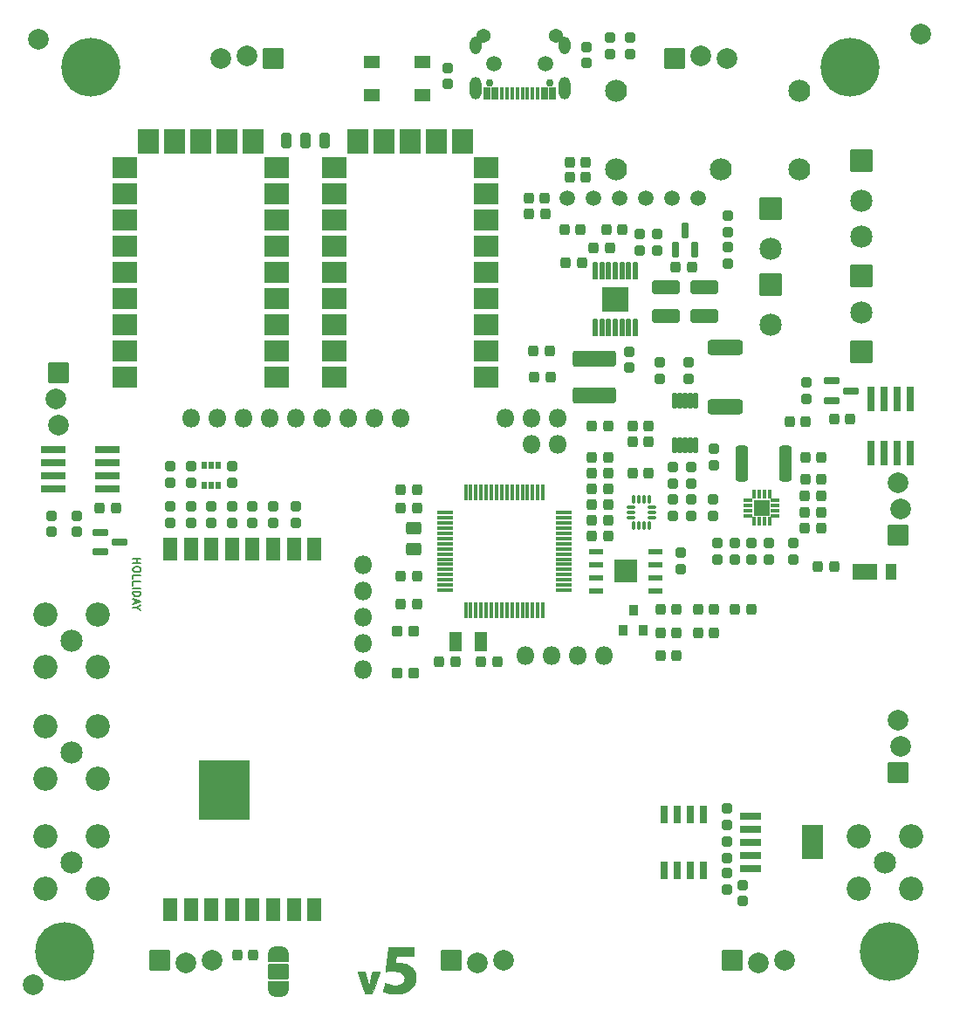
<source format=gts>
G04 #@! TF.GenerationSoftware,KiCad,Pcbnew,(6.0.5-0)*
G04 #@! TF.CreationDate,2023-01-12T14:03:18-08:00*
G04 #@! TF.ProjectId,mainboard,6d61696e-626f-4617-9264-2e6b69636164,rev?*
G04 #@! TF.SameCoordinates,Original*
G04 #@! TF.FileFunction,Soldermask,Top*
G04 #@! TF.FilePolarity,Negative*
%FSLAX46Y46*%
G04 Gerber Fmt 4.6, Leading zero omitted, Abs format (unit mm)*
G04 Created by KiCad (PCBNEW (6.0.5-0)) date 2023-01-12 14:03:18*
%MOMM*%
%LPD*%
G01*
G04 APERTURE LIST*
G04 Aperture macros list*
%AMRoundRect*
0 Rectangle with rounded corners*
0 $1 Rounding radius*
0 $2 $3 $4 $5 $6 $7 $8 $9 X,Y pos of 4 corners*
0 Add a 4 corners polygon primitive as box body*
4,1,4,$2,$3,$4,$5,$6,$7,$8,$9,$2,$3,0*
0 Add four circle primitives for the rounded corners*
1,1,$1+$1,$2,$3*
1,1,$1+$1,$4,$5*
1,1,$1+$1,$6,$7*
1,1,$1+$1,$8,$9*
0 Add four rect primitives between the rounded corners*
20,1,$1+$1,$2,$3,$4,$5,0*
20,1,$1+$1,$4,$5,$6,$7,0*
20,1,$1+$1,$6,$7,$8,$9,0*
20,1,$1+$1,$8,$9,$2,$3,0*%
%AMFreePoly0*
4,1,42,0.785921,0.985921,0.800800,0.950000,0.800800,-0.950000,0.785921,-0.985921,0.750000,-1.000800,0.000000,-1.000800,-0.012493,-0.995625,-0.095799,-0.994317,-0.107892,-0.992660,-0.270578,-0.949981,-0.281927,-0.945488,-0.429737,-0.865233,-0.439686,-0.858162,-0.564086,-0.744967,-0.572062,-0.735727,-0.665870,-0.596126,-0.671411,-0.585251,-0.729211,-0.427304,-0.731998,-0.415421,-0.749646,-0.255575,
-0.748541,-0.255453,-0.750800,-0.250000,-0.750800,0.250000,-0.750374,0.251027,-0.750455,0.251757,-0.750327,0.263961,-0.728373,0.430714,-0.725338,0.442536,-0.664242,0.599239,-0.658474,0.609996,-0.561763,0.747601,-0.553596,0.756672,-0.426853,0.867237,-0.416757,0.874098,-0.267299,0.951239,-0.255859,0.955493,-0.092315,0.994757,-0.080190,0.996160,-0.012063,0.995804,0.000000,1.000800,
0.750000,1.000800,0.785921,0.985921,0.785921,0.985921,$1*%
%AMFreePoly1*
4,1,41,0.012372,0.995676,0.087999,0.995279,0.100109,0.993750,0.263234,0.952776,0.274629,0.948401,0.423270,0.869699,0.433293,0.862733,0.558872,0.750847,0.566944,0.741691,0.662209,0.603080,0.667864,0.592263,0.727315,0.434929,0.730226,0.423076,0.750432,0.256103,0.750800,0.250000,0.750800,-0.250000,0.750797,-0.250534,0.750643,-0.265194,0.750139,-0.271818,0.726441,-0.438331,
0.723282,-0.450121,0.660549,-0.606176,0.654669,-0.616872,0.556522,-0.753457,0.548260,-0.762442,0.420366,-0.871674,0.410200,-0.878428,0.259943,-0.954000,0.248458,-0.958135,0.084511,-0.995683,0.072372,-0.996959,0.011580,-0.996004,0.000000,-1.000800,-0.750000,-1.000800,-0.785921,-0.985921,-0.800800,-0.950000,-0.800800,0.950000,-0.785921,0.985921,-0.750000,1.000800,0.000000,1.000800,
0.012372,0.995676,0.012372,0.995676,$1*%
G04 Aperture macros list end*
%ADD10C,0.190500*%
%ADD11C,0.010000*%
%ADD12RoundRect,0.063500X-0.450000X-0.700000X0.450000X-0.700000X0.450000X0.700000X-0.450000X0.700000X0*%
%ADD13RoundRect,0.063500X-1.100000X-0.700000X1.100000X-0.700000X1.100000X0.700000X-1.100000X0.700000X0*%
%ADD14RoundRect,0.063500X-0.939800X0.939800X-0.939800X-0.939800X0.939800X-0.939800X0.939800X0.939800X0*%
%ADD15C,2.006600*%
%ADD16RoundRect,0.063500X0.939800X-0.939800X0.939800X0.939800X-0.939800X0.939800X-0.939800X-0.939800X0*%
%ADD17RoundRect,0.063500X-0.939800X-0.939800X0.939800X-0.939800X0.939800X0.939800X-0.939800X0.939800X0*%
%ADD18RoundRect,0.063500X0.939800X0.939800X-0.939800X0.939800X-0.939800X-0.939800X0.939800X-0.939800X0*%
%ADD19RoundRect,0.063500X1.016000X-1.016000X1.016000X1.016000X-1.016000X1.016000X-1.016000X-1.016000X0*%
%ADD20C,2.159000*%
%ADD21RoundRect,0.269550X0.218750X0.256250X-0.218750X0.256250X-0.218750X-0.256250X0.218750X-0.256250X0*%
%ADD22RoundRect,0.269550X-0.256250X0.218750X-0.256250X-0.218750X0.256250X-0.218750X0.256250X0.218750X0*%
%ADD23RoundRect,0.269550X-0.218750X-0.256250X0.218750X-0.256250X0.218750X0.256250X-0.218750X0.256250X0*%
%ADD24RoundRect,0.269550X0.256250X-0.218750X0.256250X0.218750X-0.256250X0.218750X-0.256250X-0.218750X0*%
%ADD25RoundRect,0.063500X-0.152400X0.800100X-0.152400X-0.800100X0.152400X-0.800100X0.152400X0.800100X0*%
%ADD26RoundRect,0.063500X-1.230000X1.155000X-1.230000X-1.155000X1.230000X-1.155000X1.230000X1.155000X0*%
%ADD27RoundRect,0.063500X-0.660400X0.279400X-0.660400X-0.279400X0.660400X-0.279400X0.660400X0.279400X0*%
%ADD28RoundRect,0.050800X0.150000X0.737500X-0.150000X0.737500X-0.150000X-0.737500X0.150000X-0.737500X0*%
%ADD29RoundRect,0.050800X0.737500X-0.150000X0.737500X0.150000X-0.737500X0.150000X-0.737500X-0.150000X0*%
%ADD30RoundRect,0.050800X1.104900X-0.304800X1.104900X0.304800X-1.104900X0.304800X-1.104900X-0.304800X0*%
%ADD31RoundRect,0.050800X0.304800X1.104900X-0.304800X1.104900X-0.304800X-1.104900X0.304800X-1.104900X0*%
%ADD32RoundRect,0.300800X-0.312500X-1.450000X0.312500X-1.450000X0.312500X1.450000X-0.312500X1.450000X0*%
%ADD33RoundRect,0.063500X1.143000X0.990600X-1.143000X0.990600X-1.143000X-0.990600X1.143000X-0.990600X0*%
%ADD34RoundRect,0.063500X0.990600X-1.143000X0.990600X1.143000X-0.990600X1.143000X-0.990600X-1.143000X0*%
%ADD35O,1.801600X1.801600*%
%ADD36RoundRect,0.063500X-0.600000X-0.225000X0.600000X-0.225000X0.600000X0.225000X-0.600000X0.225000X0*%
%ADD37RoundRect,0.063500X1.050000X-1.050000X1.050000X1.050000X-1.050000X1.050000X-1.050000X-1.050000X0*%
%ADD38RoundRect,0.063500X-0.350000X0.125000X-0.350000X-0.125000X0.350000X-0.125000X0.350000X0.125000X0*%
%ADD39RoundRect,0.063500X0.125000X0.350000X-0.125000X0.350000X-0.125000X-0.350000X0.125000X-0.350000X0*%
%ADD40RoundRect,0.063500X0.350000X-0.125000X0.350000X0.125000X-0.350000X0.125000X-0.350000X-0.125000X0*%
%ADD41RoundRect,0.063500X-0.125000X-0.350000X0.125000X-0.350000X0.125000X0.350000X-0.125000X0.350000X0*%
%ADD42RoundRect,0.063500X0.725000X-0.725000X0.725000X0.725000X-0.725000X0.725000X-0.725000X-0.725000X0*%
%ADD43C,5.701600*%
%ADD44C,2.000000*%
%ADD45C,0.751600*%
%ADD46RoundRect,0.050800X0.300000X0.575000X-0.300000X0.575000X-0.300000X-0.575000X0.300000X-0.575000X0*%
%ADD47RoundRect,0.050800X0.150000X0.575000X-0.150000X0.575000X-0.150000X-0.575000X0.150000X-0.575000X0*%
%ADD48O,1.101600X2.201600*%
%ADD49O,1.101600X1.701600*%
%ADD50C,2.133600*%
%ADD51C,2.151600*%
%ADD52C,2.351600*%
%ADD53RoundRect,0.050800X0.750000X0.500000X-0.750000X0.500000X-0.750000X-0.500000X0.750000X-0.500000X0*%
%ADD54RoundRect,0.050800X-0.125000X-0.337500X0.125000X-0.337500X0.125000X0.337500X-0.125000X0.337500X0*%
%ADD55RoundRect,0.050800X-0.337500X0.125000X-0.337500X-0.125000X0.337500X-0.125000X0.337500X0.125000X0*%
%ADD56RoundRect,0.300800X-0.450000X0.325000X-0.450000X-0.325000X0.450000X-0.325000X0.450000X0.325000X0*%
%ADD57RoundRect,0.294550X-0.243750X-0.456250X0.243750X-0.456250X0.243750X0.456250X-0.243750X0.456250X0*%
%ADD58RoundRect,0.050800X0.500000X0.900000X-0.500000X0.900000X-0.500000X-0.900000X0.500000X-0.900000X0*%
%ADD59RoundRect,0.300800X-1.425000X0.425000X-1.425000X-0.425000X1.425000X-0.425000X1.425000X0.425000X0*%
%ADD60RoundRect,0.383800X-1.767000X0.417000X-1.767000X-0.417000X1.767000X-0.417000X1.767000X0.417000X0*%
%ADD61RoundRect,0.063500X-0.279400X-0.660400X0.279400X-0.660400X0.279400X0.660400X-0.279400X0.660400X0*%
%ADD62RoundRect,0.300800X1.075000X-0.375000X1.075000X0.375000X-1.075000X0.375000X-1.075000X-0.375000X0*%
%ADD63RoundRect,0.050800X-0.165100X0.675000X-0.165100X-0.675000X0.165100X-0.675000X0.165100X0.675000X0*%
%ADD64RoundRect,0.063500X-0.650000X1.000000X-0.650000X-1.000000X0.650000X-1.000000X0.650000X1.000000X0*%
%ADD65RoundRect,0.063500X-2.400000X2.849999X-2.400000X-2.849999X2.400000X-2.849999X2.400000X2.849999X0*%
%ADD66RoundRect,0.050800X0.450000X-0.450000X0.450000X0.450000X-0.450000X0.450000X-0.450000X-0.450000X0*%
%ADD67RoundRect,0.050800X0.200000X-0.325000X0.200000X0.325000X-0.200000X0.325000X-0.200000X-0.325000X0*%
%ADD68RoundRect,0.050800X0.400000X-0.450000X0.400000X0.450000X-0.400000X0.450000X-0.400000X-0.450000X0*%
%ADD69RoundRect,0.050800X1.000000X-0.325000X1.000000X0.325000X-1.000000X0.325000X-1.000000X-0.325000X0*%
%ADD70RoundRect,0.050800X-1.000000X-1.600000X1.000000X-1.600000X1.000000X1.600000X-1.000000X1.600000X0*%
%ADD71FreePoly0,270.000000*%
%ADD72RoundRect,0.050800X-0.950000X0.700000X-0.950000X-0.700000X0.950000X-0.700000X0.950000X0.700000X0*%
%ADD73FreePoly1,270.000000*%
%ADD74RoundRect,0.050800X0.325000X0.762500X-0.325000X0.762500X-0.325000X-0.762500X0.325000X-0.762500X0*%
%ADD75C,1.509600*%
%ADD76C,1.371600*%
%ADD77RoundRect,0.063500X-1.016000X1.016000X-1.016000X-1.016000X1.016000X-1.016000X1.016000X1.016000X0*%
%ADD78C,1.501600*%
G04 APERTURE END LIST*
D10*
X110018285Y-105246714D02*
X110780285Y-105246714D01*
X110417428Y-105246714D02*
X110417428Y-105682142D01*
X110018285Y-105682142D02*
X110780285Y-105682142D01*
X110780285Y-106190142D02*
X110780285Y-106335285D01*
X110744000Y-106407857D01*
X110671428Y-106480428D01*
X110526285Y-106516714D01*
X110272285Y-106516714D01*
X110127142Y-106480428D01*
X110054571Y-106407857D01*
X110018285Y-106335285D01*
X110018285Y-106190142D01*
X110054571Y-106117571D01*
X110127142Y-106045000D01*
X110272285Y-106008714D01*
X110526285Y-106008714D01*
X110671428Y-106045000D01*
X110744000Y-106117571D01*
X110780285Y-106190142D01*
X110018285Y-107206142D02*
X110018285Y-106843285D01*
X110780285Y-106843285D01*
X110018285Y-107823000D02*
X110018285Y-107460142D01*
X110780285Y-107460142D01*
X110018285Y-108077000D02*
X110780285Y-108077000D01*
X110018285Y-108439857D02*
X110780285Y-108439857D01*
X110780285Y-108621285D01*
X110744000Y-108730142D01*
X110671428Y-108802714D01*
X110598857Y-108839000D01*
X110453714Y-108875285D01*
X110344857Y-108875285D01*
X110199714Y-108839000D01*
X110127142Y-108802714D01*
X110054571Y-108730142D01*
X110018285Y-108621285D01*
X110018285Y-108439857D01*
X110236000Y-109165571D02*
X110236000Y-109528428D01*
X110018285Y-109093000D02*
X110780285Y-109347000D01*
X110018285Y-109601000D01*
X110381142Y-110000142D02*
X110018285Y-110000142D01*
X110780285Y-109746142D02*
X110381142Y-110000142D01*
X110780285Y-110254142D01*
G36*
X137274300Y-143764000D02*
G01*
X136410700Y-143764000D01*
X136264793Y-143764156D01*
X136126701Y-143764609D01*
X135998474Y-143765333D01*
X135882163Y-143766300D01*
X135779822Y-143767486D01*
X135693501Y-143768864D01*
X135625253Y-143770408D01*
X135577129Y-143772092D01*
X135551181Y-143773890D01*
X135547100Y-143774958D01*
X135545356Y-143790088D01*
X135540454Y-143826792D01*
X135532891Y-143881513D01*
X135523162Y-143950689D01*
X135511763Y-144030759D01*
X135502650Y-144094200D01*
X135490330Y-144180205D01*
X135479323Y-144258123D01*
X135470127Y-144324347D01*
X135463238Y-144375269D01*
X135459153Y-144407280D01*
X135458227Y-144416616D01*
X135467784Y-144421750D01*
X135497295Y-144425740D01*
X135548053Y-144428656D01*
X135621352Y-144430565D01*
X135718486Y-144431538D01*
X135740802Y-144431626D01*
X135890970Y-144434129D01*
X136021819Y-144441186D01*
X136139151Y-144453621D01*
X136248772Y-144472261D01*
X136356486Y-144497932D01*
X136468098Y-144531459D01*
X136487359Y-144537826D01*
X136644782Y-144597037D01*
X136782813Y-144663842D01*
X136907089Y-144741509D01*
X137023245Y-144833306D01*
X137069207Y-144875194D01*
X137183418Y-144998862D01*
X137277247Y-145135252D01*
X137351948Y-145286518D01*
X137408780Y-145454816D01*
X137410033Y-145459450D01*
X137421602Y-145504014D01*
X137430229Y-145542979D01*
X137436349Y-145581297D01*
X137440393Y-145623918D01*
X137442793Y-145675791D01*
X137443984Y-145741869D01*
X137444396Y-145827101D01*
X137444429Y-145853150D01*
X137444236Y-145946034D01*
X137443240Y-146018142D01*
X137441097Y-146074089D01*
X137437465Y-146118496D01*
X137431999Y-146155979D01*
X137424356Y-146191156D01*
X137417322Y-146217615D01*
X137365218Y-146377096D01*
X137301428Y-146520336D01*
X137221859Y-146655334D01*
X137127692Y-146783523D01*
X136999591Y-146923369D01*
X136851578Y-147048036D01*
X136684409Y-147157111D01*
X136498836Y-147250184D01*
X136295615Y-147326844D01*
X136075499Y-147386678D01*
X135989200Y-147404609D01*
X135932224Y-147412555D01*
X135854824Y-147419093D01*
X135761941Y-147424162D01*
X135658515Y-147427706D01*
X135549486Y-147429666D01*
X135439795Y-147429985D01*
X135334381Y-147428604D01*
X135238187Y-147425466D01*
X135156151Y-147420512D01*
X135102600Y-147415013D01*
X134900474Y-147381950D01*
X134705350Y-147338157D01*
X134589082Y-147305553D01*
X134514867Y-147281392D01*
X134445136Y-147255966D01*
X134383822Y-147230985D01*
X134334860Y-147208161D01*
X134302184Y-147189202D01*
X134289728Y-147175820D01*
X134289706Y-147175424D01*
X134292483Y-147160447D01*
X134300285Y-147124672D01*
X134312255Y-147071739D01*
X134327532Y-147005288D01*
X134345260Y-146928960D01*
X134364578Y-146846396D01*
X134384630Y-146761236D01*
X134404556Y-146677122D01*
X134423498Y-146597692D01*
X134440597Y-146526589D01*
X134454994Y-146467452D01*
X134465832Y-146423922D01*
X134472252Y-146399641D01*
X134473549Y-146395840D01*
X134485854Y-146398627D01*
X134516491Y-146408908D01*
X134560163Y-146424846D01*
X134589542Y-146436023D01*
X134780515Y-146500861D01*
X134989157Y-146554559D01*
X135077200Y-146572927D01*
X135140277Y-146584258D01*
X135199982Y-146592311D01*
X135262980Y-146597595D01*
X135335931Y-146600619D01*
X135425499Y-146601892D01*
X135458200Y-146602012D01*
X135573833Y-146600576D01*
X135670049Y-146595047D01*
X135752654Y-146584309D01*
X135827457Y-146567243D01*
X135900264Y-146542731D01*
X135976882Y-146509655D01*
X136003052Y-146497129D01*
X136079347Y-146452540D01*
X136154812Y-146395354D01*
X136222965Y-146331389D01*
X136277319Y-146266464D01*
X136299904Y-146230775D01*
X136344862Y-146123486D01*
X136368483Y-146009535D01*
X136371335Y-145893148D01*
X136353983Y-145778552D01*
X136316996Y-145669972D01*
X136260939Y-145571634D01*
X136202263Y-145502704D01*
X136114803Y-145428554D01*
X136014421Y-145366210D01*
X135899160Y-145315031D01*
X135767063Y-145274379D01*
X135616173Y-145243615D01*
X135444535Y-145222098D01*
X135313498Y-145212339D01*
X135223896Y-145208951D01*
X135121567Y-145207931D01*
X135012387Y-145209088D01*
X134902229Y-145212228D01*
X134796969Y-145217159D01*
X134702482Y-145223687D01*
X134624642Y-145231622D01*
X134594600Y-145235924D01*
X134555368Y-145241279D01*
X134527575Y-145243098D01*
X134519051Y-145241862D01*
X134519870Y-145228918D01*
X134523613Y-145192928D01*
X134530013Y-145136043D01*
X134538803Y-145060415D01*
X134549718Y-144968196D01*
X134562490Y-144861538D01*
X134576854Y-144742593D01*
X134592543Y-144613514D01*
X134609291Y-144476452D01*
X134626831Y-144333558D01*
X134644896Y-144186987D01*
X134663221Y-144038888D01*
X134681540Y-143891414D01*
X134699584Y-143746718D01*
X134717089Y-143606951D01*
X134733788Y-143474265D01*
X134749415Y-143350813D01*
X134763702Y-143238746D01*
X134776384Y-143140216D01*
X134787195Y-143057375D01*
X134795867Y-142992376D01*
X134802135Y-142947370D01*
X134805732Y-142924509D01*
X134806149Y-142922624D01*
X134808210Y-142918932D01*
X134813250Y-142915671D01*
X134822756Y-142912816D01*
X134838218Y-142910339D01*
X134861124Y-142908214D01*
X134892963Y-142906413D01*
X134935225Y-142904911D01*
X134989398Y-142903681D01*
X135056970Y-142902695D01*
X135139431Y-142901927D01*
X135238269Y-142901350D01*
X135354974Y-142900938D01*
X135491033Y-142900664D01*
X135647937Y-142900500D01*
X135827173Y-142900421D01*
X136030230Y-142900400D01*
X137274300Y-142900400D01*
X137274300Y-143764000D01*
G37*
D11*
X137274300Y-143764000D02*
X136410700Y-143764000D01*
X136264793Y-143764156D01*
X136126701Y-143764609D01*
X135998474Y-143765333D01*
X135882163Y-143766300D01*
X135779822Y-143767486D01*
X135693501Y-143768864D01*
X135625253Y-143770408D01*
X135577129Y-143772092D01*
X135551181Y-143773890D01*
X135547100Y-143774958D01*
X135545356Y-143790088D01*
X135540454Y-143826792D01*
X135532891Y-143881513D01*
X135523162Y-143950689D01*
X135511763Y-144030759D01*
X135502650Y-144094200D01*
X135490330Y-144180205D01*
X135479323Y-144258123D01*
X135470127Y-144324347D01*
X135463238Y-144375269D01*
X135459153Y-144407280D01*
X135458227Y-144416616D01*
X135467784Y-144421750D01*
X135497295Y-144425740D01*
X135548053Y-144428656D01*
X135621352Y-144430565D01*
X135718486Y-144431538D01*
X135740802Y-144431626D01*
X135890970Y-144434129D01*
X136021819Y-144441186D01*
X136139151Y-144453621D01*
X136248772Y-144472261D01*
X136356486Y-144497932D01*
X136468098Y-144531459D01*
X136487359Y-144537826D01*
X136644782Y-144597037D01*
X136782813Y-144663842D01*
X136907089Y-144741509D01*
X137023245Y-144833306D01*
X137069207Y-144875194D01*
X137183418Y-144998862D01*
X137277247Y-145135252D01*
X137351948Y-145286518D01*
X137408780Y-145454816D01*
X137410033Y-145459450D01*
X137421602Y-145504014D01*
X137430229Y-145542979D01*
X137436349Y-145581297D01*
X137440393Y-145623918D01*
X137442793Y-145675791D01*
X137443984Y-145741869D01*
X137444396Y-145827101D01*
X137444429Y-145853150D01*
X137444236Y-145946034D01*
X137443240Y-146018142D01*
X137441097Y-146074089D01*
X137437465Y-146118496D01*
X137431999Y-146155979D01*
X137424356Y-146191156D01*
X137417322Y-146217615D01*
X137365218Y-146377096D01*
X137301428Y-146520336D01*
X137221859Y-146655334D01*
X137127692Y-146783523D01*
X136999591Y-146923369D01*
X136851578Y-147048036D01*
X136684409Y-147157111D01*
X136498836Y-147250184D01*
X136295615Y-147326844D01*
X136075499Y-147386678D01*
X135989200Y-147404609D01*
X135932224Y-147412555D01*
X135854824Y-147419093D01*
X135761941Y-147424162D01*
X135658515Y-147427706D01*
X135549486Y-147429666D01*
X135439795Y-147429985D01*
X135334381Y-147428604D01*
X135238187Y-147425466D01*
X135156151Y-147420512D01*
X135102600Y-147415013D01*
X134900474Y-147381950D01*
X134705350Y-147338157D01*
X134589082Y-147305553D01*
X134514867Y-147281392D01*
X134445136Y-147255966D01*
X134383822Y-147230985D01*
X134334860Y-147208161D01*
X134302184Y-147189202D01*
X134289728Y-147175820D01*
X134289706Y-147175424D01*
X134292483Y-147160447D01*
X134300285Y-147124672D01*
X134312255Y-147071739D01*
X134327532Y-147005288D01*
X134345260Y-146928960D01*
X134364578Y-146846396D01*
X134384630Y-146761236D01*
X134404556Y-146677122D01*
X134423498Y-146597692D01*
X134440597Y-146526589D01*
X134454994Y-146467452D01*
X134465832Y-146423922D01*
X134472252Y-146399641D01*
X134473549Y-146395840D01*
X134485854Y-146398627D01*
X134516491Y-146408908D01*
X134560163Y-146424846D01*
X134589542Y-146436023D01*
X134780515Y-146500861D01*
X134989157Y-146554559D01*
X135077200Y-146572927D01*
X135140277Y-146584258D01*
X135199982Y-146592311D01*
X135262980Y-146597595D01*
X135335931Y-146600619D01*
X135425499Y-146601892D01*
X135458200Y-146602012D01*
X135573833Y-146600576D01*
X135670049Y-146595047D01*
X135752654Y-146584309D01*
X135827457Y-146567243D01*
X135900264Y-146542731D01*
X135976882Y-146509655D01*
X136003052Y-146497129D01*
X136079347Y-146452540D01*
X136154812Y-146395354D01*
X136222965Y-146331389D01*
X136277319Y-146266464D01*
X136299904Y-146230775D01*
X136344862Y-146123486D01*
X136368483Y-146009535D01*
X136371335Y-145893148D01*
X136353983Y-145778552D01*
X136316996Y-145669972D01*
X136260939Y-145571634D01*
X136202263Y-145502704D01*
X136114803Y-145428554D01*
X136014421Y-145366210D01*
X135899160Y-145315031D01*
X135767063Y-145274379D01*
X135616173Y-145243615D01*
X135444535Y-145222098D01*
X135313498Y-145212339D01*
X135223896Y-145208951D01*
X135121567Y-145207931D01*
X135012387Y-145209088D01*
X134902229Y-145212228D01*
X134796969Y-145217159D01*
X134702482Y-145223687D01*
X134624642Y-145231622D01*
X134594600Y-145235924D01*
X134555368Y-145241279D01*
X134527575Y-145243098D01*
X134519051Y-145241862D01*
X134519870Y-145228918D01*
X134523613Y-145192928D01*
X134530013Y-145136043D01*
X134538803Y-145060415D01*
X134549718Y-144968196D01*
X134562490Y-144861538D01*
X134576854Y-144742593D01*
X134592543Y-144613514D01*
X134609291Y-144476452D01*
X134626831Y-144333558D01*
X134644896Y-144186987D01*
X134663221Y-144038888D01*
X134681540Y-143891414D01*
X134699584Y-143746718D01*
X134717089Y-143606951D01*
X134733788Y-143474265D01*
X134749415Y-143350813D01*
X134763702Y-143238746D01*
X134776384Y-143140216D01*
X134787195Y-143057375D01*
X134795867Y-142992376D01*
X134802135Y-142947370D01*
X134805732Y-142924509D01*
X134806149Y-142922624D01*
X134808210Y-142918932D01*
X134813250Y-142915671D01*
X134822756Y-142912816D01*
X134838218Y-142910339D01*
X134861124Y-142908214D01*
X134892963Y-142906413D01*
X134935225Y-142904911D01*
X134989398Y-142903681D01*
X135056970Y-142902695D01*
X135139431Y-142901927D01*
X135238269Y-142901350D01*
X135354974Y-142900938D01*
X135491033Y-142900664D01*
X135647937Y-142900500D01*
X135827173Y-142900421D01*
X136030230Y-142900400D01*
X137274300Y-142900400D01*
X137274300Y-143764000D01*
G36*
X132668241Y-145843625D02*
G01*
X132703192Y-145964909D01*
X132737225Y-146084677D01*
X132769387Y-146199460D01*
X132798724Y-146305787D01*
X132824284Y-146400189D01*
X132845115Y-146479196D01*
X132860263Y-146539338D01*
X132866102Y-146564350D01*
X132879890Y-146623147D01*
X132892342Y-146669865D01*
X132902300Y-146700612D01*
X132908604Y-146711495D01*
X132909577Y-146710400D01*
X132914654Y-146691655D01*
X132923919Y-146653054D01*
X132936215Y-146599574D01*
X132950386Y-146536189D01*
X132956186Y-146509788D01*
X132968493Y-146456913D01*
X132986687Y-146383433D01*
X133009764Y-146293188D01*
X133036716Y-146190019D01*
X133066539Y-146077768D01*
X133098226Y-145960276D01*
X133130772Y-145841383D01*
X133139092Y-145811288D01*
X133282304Y-145294350D01*
X133628272Y-145290969D01*
X133733005Y-145290127D01*
X133814880Y-145289957D01*
X133876431Y-145290564D01*
X133920195Y-145292052D01*
X133948707Y-145294525D01*
X133964501Y-145298087D01*
X133970114Y-145302844D01*
X133970095Y-145305027D01*
X133965134Y-145319310D01*
X133951953Y-145355637D01*
X133931204Y-145412253D01*
X133903535Y-145487399D01*
X133869598Y-145579319D01*
X133830040Y-145686256D01*
X133785513Y-145806453D01*
X133736666Y-145938154D01*
X133684149Y-146079600D01*
X133628611Y-146229037D01*
X133584950Y-146346420D01*
X133203950Y-147370374D01*
X132878283Y-147370587D01*
X132778486Y-147370532D01*
X132701145Y-147370093D01*
X132643315Y-147369075D01*
X132602054Y-147367285D01*
X132574418Y-147364530D01*
X132557463Y-147360614D01*
X132548245Y-147355345D01*
X132543839Y-147348575D01*
X132534169Y-147323143D01*
X132517084Y-147277162D01*
X132493352Y-147212747D01*
X132463741Y-147132013D01*
X132429019Y-147037078D01*
X132389954Y-146930055D01*
X132347312Y-146813061D01*
X132301863Y-146688212D01*
X132254372Y-146557622D01*
X132205609Y-146423409D01*
X132156341Y-146287687D01*
X132107335Y-146152572D01*
X132059359Y-146020180D01*
X132013181Y-145892626D01*
X131969568Y-145772026D01*
X131929289Y-145660496D01*
X131893111Y-145560152D01*
X131861801Y-145473108D01*
X131836127Y-145401481D01*
X131816857Y-145347387D01*
X131804759Y-145312940D01*
X131800600Y-145300267D01*
X131813016Y-145296510D01*
X131849140Y-145293365D01*
X131907289Y-145290888D01*
X131985775Y-145289139D01*
X132082914Y-145288176D01*
X132153769Y-145288000D01*
X132506938Y-145288000D01*
X132668241Y-145843625D01*
G37*
X132668241Y-145843625D02*
X132703192Y-145964909D01*
X132737225Y-146084677D01*
X132769387Y-146199460D01*
X132798724Y-146305787D01*
X132824284Y-146400189D01*
X132845115Y-146479196D01*
X132860263Y-146539338D01*
X132866102Y-146564350D01*
X132879890Y-146623147D01*
X132892342Y-146669865D01*
X132902300Y-146700612D01*
X132908604Y-146711495D01*
X132909577Y-146710400D01*
X132914654Y-146691655D01*
X132923919Y-146653054D01*
X132936215Y-146599574D01*
X132950386Y-146536189D01*
X132956186Y-146509788D01*
X132968493Y-146456913D01*
X132986687Y-146383433D01*
X133009764Y-146293188D01*
X133036716Y-146190019D01*
X133066539Y-146077768D01*
X133098226Y-145960276D01*
X133130772Y-145841383D01*
X133139092Y-145811288D01*
X133282304Y-145294350D01*
X133628272Y-145290969D01*
X133733005Y-145290127D01*
X133814880Y-145289957D01*
X133876431Y-145290564D01*
X133920195Y-145292052D01*
X133948707Y-145294525D01*
X133964501Y-145298087D01*
X133970114Y-145302844D01*
X133970095Y-145305027D01*
X133965134Y-145319310D01*
X133951953Y-145355637D01*
X133931204Y-145412253D01*
X133903535Y-145487399D01*
X133869598Y-145579319D01*
X133830040Y-145686256D01*
X133785513Y-145806453D01*
X133736666Y-145938154D01*
X133684149Y-146079600D01*
X133628611Y-146229037D01*
X133584950Y-146346420D01*
X133203950Y-147370374D01*
X132878283Y-147370587D01*
X132778486Y-147370532D01*
X132701145Y-147370093D01*
X132643315Y-147369075D01*
X132602054Y-147367285D01*
X132574418Y-147364530D01*
X132557463Y-147360614D01*
X132548245Y-147355345D01*
X132543839Y-147348575D01*
X132534169Y-147323143D01*
X132517084Y-147277162D01*
X132493352Y-147212747D01*
X132463741Y-147132013D01*
X132429019Y-147037078D01*
X132389954Y-146930055D01*
X132347312Y-146813061D01*
X132301863Y-146688212D01*
X132254372Y-146557622D01*
X132205609Y-146423409D01*
X132156341Y-146287687D01*
X132107335Y-146152572D01*
X132059359Y-146020180D01*
X132013181Y-145892626D01*
X131969568Y-145772026D01*
X131929289Y-145660496D01*
X131893111Y-145560152D01*
X131861801Y-145473108D01*
X131836127Y-145401481D01*
X131816857Y-145347387D01*
X131804759Y-145312940D01*
X131800600Y-145300267D01*
X131813016Y-145296510D01*
X131849140Y-145293365D01*
X131907289Y-145290888D01*
X131985775Y-145289139D01*
X132082914Y-145288176D01*
X132153769Y-145288000D01*
X132506938Y-145288000D01*
X132668241Y-145843625D01*
D12*
X183568000Y-106474096D03*
D13*
X181018000Y-106474096D03*
D14*
X102800100Y-87233596D03*
D15*
X102546100Y-89773596D03*
X102800100Y-92313596D03*
D16*
X184269100Y-102981596D03*
D15*
X184523100Y-100441596D03*
X184269100Y-97901596D03*
D17*
X112649000Y-144145000D03*
D15*
X115189000Y-144399000D03*
X117729000Y-144145000D03*
D18*
X123605600Y-56711096D03*
D15*
X121065600Y-56457096D03*
X118525600Y-56711096D03*
D19*
X180708100Y-77816296D03*
D20*
X180708100Y-73960696D03*
D19*
X180708100Y-85171896D03*
D20*
X180708100Y-81316296D03*
D21*
X176809500Y-95377000D03*
X175234500Y-95377000D03*
D22*
X174053500Y-103733500D03*
X174053500Y-105308500D03*
D23*
X176475600Y-105966096D03*
X178050600Y-105966096D03*
D24*
X168402000Y-105308500D03*
X168402000Y-103733500D03*
D23*
X175205600Y-99097896D03*
X176780600Y-99097896D03*
X175205600Y-102235000D03*
X176780600Y-102235000D03*
D22*
X166291134Y-99501696D03*
X166291134Y-101076696D03*
D23*
X178028500Y-91694000D03*
X179603500Y-91694000D03*
D25*
X158766134Y-77289496D03*
X158116121Y-77289496D03*
X157466112Y-77289496D03*
X156816100Y-77289496D03*
X156166088Y-77289496D03*
X155516079Y-77289496D03*
X154866066Y-77289496D03*
X154866066Y-82826696D03*
X155516079Y-82826696D03*
X156166088Y-82826696D03*
X156816100Y-82826696D03*
X157466112Y-82826696D03*
X158116121Y-82826696D03*
X158766134Y-82826696D03*
D26*
X156816100Y-80058096D03*
D23*
X148945500Y-87630000D03*
X150520500Y-87630000D03*
X148853100Y-85090000D03*
X150428100Y-85090000D03*
D24*
X158178500Y-86703000D03*
X158178500Y-85128000D03*
D21*
X153568500Y-76517500D03*
X151993500Y-76517500D03*
X156299000Y-75057000D03*
X154724000Y-75057000D03*
D27*
X177783800Y-87995596D03*
X177783800Y-89900596D03*
X179663400Y-88948096D03*
D22*
X166751000Y-103733500D03*
X166751000Y-105308500D03*
D23*
X162661500Y-76962000D03*
X164236500Y-76962000D03*
D28*
X142300000Y-110259000D03*
X142800000Y-110259000D03*
X143300000Y-110259000D03*
X143800000Y-110259000D03*
X144300000Y-110259000D03*
X144800000Y-110259000D03*
X145300000Y-110259000D03*
X145800000Y-110259000D03*
X146300000Y-110259000D03*
X146800000Y-110259000D03*
X147300000Y-110259000D03*
X147800000Y-110259000D03*
X148300000Y-110259000D03*
X148800000Y-110259000D03*
X149300000Y-110259000D03*
X149800000Y-110259000D03*
D29*
X151788000Y-108271000D03*
X151788000Y-107771000D03*
X151788000Y-107271000D03*
X151788000Y-106771000D03*
X151788000Y-106271000D03*
X151788000Y-105771000D03*
X151788000Y-105271000D03*
X151788000Y-104771000D03*
X151788000Y-104271000D03*
X151788000Y-103771000D03*
X151788000Y-103271000D03*
X151788000Y-102771000D03*
X151788000Y-102271000D03*
X151788000Y-101771000D03*
X151788000Y-101271000D03*
X151788000Y-100771000D03*
D28*
X149800000Y-98783000D03*
X149300000Y-98783000D03*
X148800000Y-98783000D03*
X148300000Y-98783000D03*
X147800000Y-98783000D03*
X147300000Y-98783000D03*
X146800000Y-98783000D03*
X146300000Y-98783000D03*
X145800000Y-98783000D03*
X145300000Y-98783000D03*
X144800000Y-98783000D03*
X144300000Y-98783000D03*
X143800000Y-98783000D03*
X143300000Y-98783000D03*
X142800000Y-98783000D03*
X142300000Y-98783000D03*
D29*
X140312000Y-100771000D03*
X140312000Y-101271000D03*
X140312000Y-101771000D03*
X140312000Y-102271000D03*
X140312000Y-102771000D03*
X140312000Y-103271000D03*
X140312000Y-103771000D03*
X140312000Y-104271000D03*
X140312000Y-104771000D03*
X140312000Y-105271000D03*
X140312000Y-105771000D03*
X140312000Y-106271000D03*
X140312000Y-106771000D03*
X140312000Y-107271000D03*
X140312000Y-107771000D03*
X140312000Y-108271000D03*
D30*
X107518200Y-98425000D03*
X107518200Y-97155000D03*
X107518200Y-95885000D03*
X107518200Y-94615000D03*
X102285800Y-94615000D03*
X102285800Y-95885000D03*
X102285800Y-97155000D03*
X102285800Y-98425000D03*
D22*
X102115100Y-101046596D03*
X102115100Y-102621596D03*
D27*
X106839604Y-102679500D03*
X106839604Y-104584500D03*
X108719204Y-103632000D03*
D21*
X108356500Y-100330000D03*
X106781500Y-100330000D03*
D31*
X185420000Y-89712800D03*
X184150000Y-89712800D03*
X182880000Y-89712800D03*
X181610000Y-89712800D03*
X181610000Y-94945200D03*
X182880000Y-94945200D03*
X184150000Y-94945200D03*
X185420000Y-94945200D03*
D32*
X169058500Y-96012000D03*
X173333500Y-96012000D03*
D33*
X123949460Y-87617300D03*
X123949460Y-85077300D03*
X123949460Y-82537300D03*
X123949460Y-79997300D03*
X123949460Y-77457300D03*
X123949460Y-74917300D03*
X123949460Y-72377300D03*
X123949460Y-69837300D03*
X123949460Y-67297300D03*
D34*
X121663460Y-64757300D03*
X119123460Y-64757300D03*
X116583460Y-64757300D03*
X114043460Y-64757300D03*
X111503460Y-64757300D03*
D33*
X109217460Y-67297300D03*
X109217460Y-69837300D03*
X109217460Y-72377300D03*
X109217460Y-74917300D03*
X109217460Y-77457300D03*
X109217460Y-79997300D03*
X109217460Y-82537300D03*
X109217460Y-85077300D03*
X109217460Y-87617300D03*
X144269460Y-87617300D03*
X144269460Y-85077300D03*
X144269460Y-82537300D03*
X144269460Y-79997300D03*
X144269460Y-77457300D03*
X144269460Y-74917300D03*
X144269460Y-72377300D03*
X144269460Y-69837300D03*
X144269460Y-67297300D03*
D34*
X141983460Y-64757300D03*
X139443460Y-64757300D03*
X136903460Y-64757300D03*
X134363460Y-64757300D03*
X131823460Y-64757300D03*
D33*
X129537460Y-67297300D03*
X129537460Y-69837300D03*
X129537460Y-72377300D03*
X129537460Y-74917300D03*
X129537460Y-77457300D03*
X129537460Y-79997300D03*
X129537460Y-82537300D03*
X129537460Y-85077300D03*
X129537460Y-87617300D03*
D23*
X135991500Y-100330000D03*
X137566500Y-100330000D03*
D35*
X132384800Y-105816400D03*
X132384800Y-108356400D03*
X132384800Y-110896400D03*
X132384800Y-113436400D03*
X132384800Y-115976400D03*
D36*
X154996000Y-104521000D03*
X154996000Y-105791000D03*
X154996000Y-107061000D03*
X154996000Y-108331000D03*
X160726000Y-108331000D03*
X160726000Y-107061000D03*
X160726000Y-105791000D03*
X160726000Y-104521000D03*
D37*
X157861000Y-106426000D03*
D23*
X154533500Y-95377000D03*
X156108500Y-95377000D03*
D38*
X172316100Y-101046496D03*
X172316100Y-100546496D03*
X172316100Y-100046496D03*
X172316100Y-99546496D03*
D39*
X171766100Y-98996496D03*
X171266100Y-98996496D03*
X170766100Y-98996496D03*
X170266100Y-98996496D03*
D40*
X169716100Y-99546496D03*
X169716100Y-100046496D03*
X169716100Y-100546496D03*
X169716100Y-101046496D03*
D41*
X170266100Y-101596496D03*
X170766100Y-101596496D03*
X171266100Y-101596496D03*
X171766100Y-101596496D03*
D42*
X171016100Y-100296496D03*
D35*
X115697000Y-91567000D03*
X118237000Y-91567000D03*
X120777000Y-91567000D03*
X123317000Y-91567000D03*
X125857000Y-91567000D03*
X128397000Y-91567000D03*
X130937000Y-91567000D03*
X133477000Y-91567000D03*
X136017000Y-91567000D03*
D21*
X137566500Y-109601000D03*
X135991500Y-109601000D03*
D43*
X105966100Y-57569100D03*
X103426100Y-143294100D03*
X183426100Y-143294100D03*
X179626100Y-57569100D03*
D44*
X100330000Y-146558000D03*
D16*
X184277000Y-125984000D03*
D15*
X184531000Y-123444000D03*
X184277000Y-120904000D03*
D17*
X168148000Y-144145000D03*
D15*
X170688000Y-144399000D03*
X173228000Y-144145000D03*
D45*
X150446600Y-59086800D03*
X144666600Y-59086800D03*
D46*
X150756600Y-60061800D03*
X149956600Y-60061800D03*
D47*
X148806600Y-60061800D03*
X147806600Y-60061800D03*
X147306600Y-60061800D03*
X146306600Y-60061800D03*
D46*
X145156600Y-60061800D03*
X144356600Y-60061800D03*
D47*
X145806600Y-60061800D03*
X146806600Y-60061800D03*
X148306600Y-60061800D03*
X149306600Y-60061800D03*
D48*
X143236600Y-59586800D03*
D49*
X143236600Y-55436800D03*
X151876600Y-55436800D03*
D48*
X151876600Y-59586800D03*
D50*
X156892300Y-67485096D03*
X156892300Y-59865096D03*
X167052300Y-67485096D03*
X174672300Y-59865096D03*
X174672300Y-67485096D03*
D24*
X154051000Y-57155500D03*
X154051000Y-55580500D03*
D22*
X158254700Y-54711500D03*
X158254700Y-56286500D03*
D51*
X183007000Y-134684096D03*
D52*
X185547000Y-132144096D03*
X180467000Y-137224096D03*
X180467000Y-132144096D03*
X185547000Y-137224096D03*
D21*
X153949500Y-66776600D03*
X152374500Y-66776600D03*
D23*
X148437500Y-71818500D03*
X150012500Y-71818500D03*
D22*
X159194500Y-73761500D03*
X159194500Y-75336500D03*
D23*
X151866500Y-73279000D03*
X153441500Y-73279000D03*
D51*
X104111100Y-134684096D03*
D52*
X106651100Y-132144096D03*
X101571100Y-137224096D03*
X101571100Y-132144096D03*
X106651100Y-137224096D03*
D53*
X138086000Y-60274000D03*
X138086000Y-57074000D03*
X133186000Y-57074000D03*
X133186000Y-60274000D03*
D23*
X168440000Y-110147100D03*
X170015000Y-110147100D03*
D21*
X156108500Y-102997000D03*
X154533500Y-102997000D03*
D22*
X162433000Y-99501696D03*
X162433000Y-101076696D03*
D54*
X158635000Y-101973000D03*
X159135000Y-101973000D03*
X159635000Y-101973000D03*
X160135000Y-101973000D03*
D55*
X160397000Y-101211000D03*
X160397000Y-100711000D03*
X160397000Y-100211000D03*
D54*
X160135000Y-99449000D03*
X159635000Y-99449000D03*
X159135000Y-99449000D03*
X158635000Y-99449000D03*
D55*
X158373000Y-100211000D03*
X158373000Y-100711000D03*
X158373000Y-101211000D03*
D24*
X164211000Y-101076696D03*
X164211000Y-99501696D03*
D22*
X163195000Y-104670596D03*
X163195000Y-106245596D03*
D23*
X135991500Y-106934000D03*
X137566500Y-106934000D03*
D21*
X137566500Y-98552000D03*
X135991500Y-98552000D03*
D56*
X137287000Y-102226000D03*
X137287000Y-104276000D03*
D23*
X175205600Y-100700296D03*
X176780600Y-100700296D03*
X175234500Y-97536000D03*
X176809500Y-97536000D03*
D24*
X140589000Y-59207500D03*
X140589000Y-57632500D03*
D21*
X157505500Y-73279000D03*
X155930500Y-73279000D03*
D23*
X148399500Y-70231000D03*
X149974500Y-70231000D03*
D57*
X124857030Y-64643000D03*
X126732030Y-64643000D03*
X126732030Y-64643000D03*
X128607030Y-64643000D03*
D23*
X154533500Y-99949000D03*
X156108500Y-99949000D03*
X154533500Y-101473000D03*
X156108500Y-101473000D03*
D21*
X160045500Y-96901000D03*
X158470500Y-96901000D03*
X156108500Y-98425000D03*
X154533500Y-98425000D03*
D24*
X162433000Y-97942500D03*
X162433000Y-96367500D03*
X164211000Y-97942500D03*
X164211000Y-96367500D03*
D23*
X158470500Y-93853000D03*
X160045500Y-93853000D03*
D24*
X166370000Y-96164500D03*
X166370000Y-94589500D03*
D21*
X156108500Y-96901000D03*
X154533500Y-96901000D03*
D23*
X143789300Y-115183920D03*
X145364300Y-115183920D03*
D58*
X141294800Y-113278920D03*
X143794800Y-113278920D03*
D21*
X141300300Y-115183920D03*
X139725300Y-115183920D03*
D23*
X154533500Y-92329000D03*
X156108500Y-92329000D03*
D35*
X148653500Y-94107000D03*
X151193500Y-94107000D03*
D24*
X160909000Y-75336500D03*
X160909000Y-73761500D03*
D35*
X146113500Y-91567000D03*
X148653500Y-91567000D03*
X151193500Y-91567000D03*
D24*
X156293500Y-56286500D03*
X156293500Y-54711500D03*
D17*
X140881100Y-144145000D03*
D15*
X143421100Y-144399000D03*
X145961100Y-144145000D03*
D59*
X167513000Y-84730000D03*
X167513000Y-90530000D03*
D60*
X154813000Y-85830000D03*
X154813000Y-89430000D03*
D61*
X162623500Y-75234800D03*
X164528500Y-75234800D03*
X163576000Y-73355200D03*
D21*
X175285500Y-91948000D03*
X173710500Y-91948000D03*
D22*
X175387000Y-88160596D03*
X175387000Y-89735596D03*
D62*
X161769100Y-81712096D03*
X161769100Y-78912096D03*
X165481000Y-81712096D03*
X165481000Y-78912096D03*
D23*
X158470500Y-92329000D03*
X160045500Y-92329000D03*
D22*
X167767000Y-71983500D03*
X167767000Y-73558500D03*
X163957000Y-86207500D03*
X163957000Y-87782500D03*
D63*
X164576001Y-89905000D03*
X164075999Y-89905000D03*
X163576000Y-89905000D03*
X163076001Y-89905000D03*
X162575999Y-89905000D03*
X162575999Y-94255000D03*
X163076001Y-94255000D03*
X163576000Y-94255000D03*
X164075999Y-94255000D03*
X164576001Y-94255000D03*
D64*
X113629100Y-139266000D03*
X115629100Y-139266000D03*
X117629100Y-139266000D03*
X119629100Y-139266000D03*
X121629100Y-139266000D03*
X123629100Y-139266000D03*
X125629100Y-139266000D03*
X127629100Y-139266000D03*
X127629100Y-104266000D03*
X125629100Y-104266000D03*
X123629100Y-104266000D03*
X121629100Y-104266000D03*
X119629100Y-104266000D03*
X117629100Y-104266000D03*
X115629100Y-104266000D03*
X113629100Y-104266000D03*
D65*
X118879100Y-127698500D03*
D22*
X167640000Y-135737500D03*
X167640000Y-137312500D03*
X170053000Y-103733500D03*
X170053000Y-105308500D03*
X171703040Y-103733500D03*
X171703040Y-105308500D03*
D66*
X135661500Y-112250000D03*
X135661500Y-116350000D03*
X137261500Y-112250000D03*
X137261500Y-116350000D03*
D35*
X148082000Y-114604800D03*
X150622000Y-114604800D03*
X153162000Y-114604800D03*
X155702000Y-114604800D03*
D24*
X167767000Y-76606500D03*
X167767000Y-75031500D03*
X115629100Y-101752500D03*
X115629100Y-100177500D03*
X113629100Y-101752500D03*
X113629100Y-100177500D03*
D22*
X119629100Y-100177500D03*
X119629100Y-101752500D03*
D24*
X121629100Y-101752500D03*
X121629100Y-100177500D03*
D21*
X162776000Y-110147100D03*
X161201000Y-110147100D03*
D24*
X113629100Y-97840900D03*
X113629100Y-96265900D03*
X119629100Y-97840900D03*
X119629100Y-96265900D03*
D67*
X116979100Y-98105000D03*
X117629100Y-98105000D03*
X118279100Y-98105000D03*
X118279100Y-96205000D03*
X117629100Y-96205000D03*
X116979100Y-96205000D03*
D21*
X166395500Y-110147100D03*
X164820500Y-110147100D03*
D23*
X161201000Y-114642900D03*
X162776000Y-114642900D03*
X161201000Y-112395000D03*
X162776000Y-112395000D03*
X164820500Y-112395000D03*
X166395500Y-112395000D03*
D22*
X115629100Y-96265900D03*
X115629100Y-97840900D03*
X117629100Y-100177500D03*
X117629100Y-101752500D03*
X123629100Y-100177500D03*
X123629100Y-101752500D03*
D24*
X125857000Y-101752500D03*
X125857000Y-100177500D03*
D68*
X157609500Y-112188500D03*
X159509500Y-112188500D03*
X158559500Y-110188500D03*
D69*
X169974000Y-130175000D03*
X169974000Y-131445000D03*
X169974000Y-132715000D03*
X169974000Y-133985000D03*
X169974000Y-135255000D03*
D70*
X175974000Y-132715000D03*
D71*
X124142500Y-143588000D03*
D72*
X124142500Y-145288000D03*
D73*
X124142500Y-146988000D03*
D23*
X120116500Y-143637000D03*
X121691500Y-143637000D03*
D22*
X167640000Y-129463700D03*
X167640000Y-131038700D03*
X169164000Y-136880500D03*
X169164000Y-138455500D03*
X167640000Y-132689500D03*
X167640000Y-134264500D03*
D23*
X152374500Y-68199000D03*
X153949500Y-68199000D03*
D24*
X104553500Y-102621596D03*
X104553500Y-101046596D03*
D22*
X161163000Y-86207500D03*
X161163000Y-87782500D03*
D74*
X161544000Y-135427000D03*
X162814000Y-135427000D03*
X164084000Y-135427000D03*
X165354000Y-135427000D03*
X165354000Y-130003000D03*
X164084000Y-130003000D03*
X162814000Y-130003000D03*
X161544000Y-130003000D03*
D44*
X100838000Y-54864000D03*
X186436000Y-54356000D03*
D17*
X162604100Y-56711096D03*
D15*
X165144100Y-56457096D03*
X167684100Y-56711096D03*
D51*
X104111100Y-113148708D03*
D52*
X101571100Y-110608708D03*
X101571100Y-115688708D03*
X106651100Y-110608708D03*
X106651100Y-115688708D03*
D75*
X145048600Y-57208400D03*
X150048600Y-57208400D03*
D76*
X144048600Y-54508400D03*
X151048600Y-54508400D03*
D51*
X104111100Y-124058896D03*
D52*
X106651100Y-121518896D03*
X106651100Y-126598896D03*
X101571100Y-126598896D03*
X101571100Y-121518896D03*
D77*
X171917100Y-71293696D03*
D20*
X171917100Y-75149296D03*
D77*
X171917100Y-78649296D03*
D20*
X171917100Y-82504896D03*
D78*
X152146000Y-70231000D03*
X154686000Y-70231000D03*
X157226000Y-70231000D03*
X159766000Y-70231000D03*
X162306000Y-70231000D03*
X164846000Y-70231000D03*
D77*
X180708100Y-66624200D03*
D20*
X180708100Y-70479800D03*
M02*

</source>
